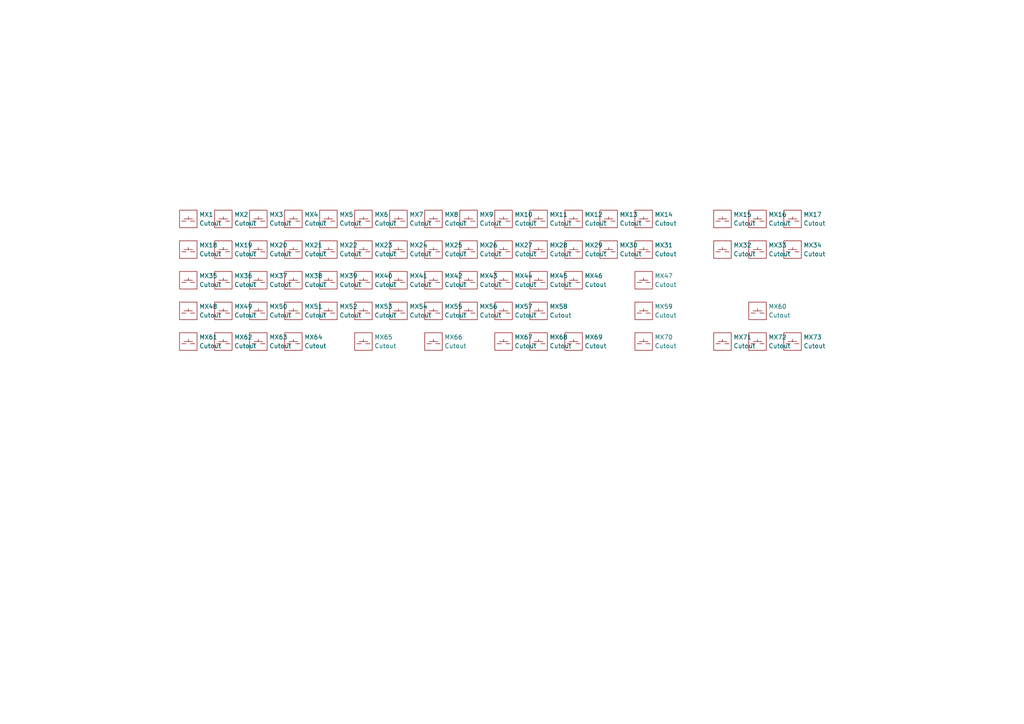
<source format=kicad_sch>
(kicad_sch (version 20230121) (generator eeschema)
  (paper "A4")
  (lib_symbols
    (symbol "lib_zegonix:MX-SW-1u-Plate-Cutout"
      (property "Reference" "MX" (at 0 3.81 0))
      (property "Value" "Cutout" (at 0 -3.81 0))
      (symbol "MX-SW-1u-Plate-Cutout_0_1"
        (rectangle (start -2.54 2.54) (end 2.54 -2.54))
        (polyline (pts (xy -1.905 -0.635) (xy -0.635 -0.635)))
        (polyline (pts (xy -1.27 0) (xy 1.27 0)))
        (polyline (pts (xy 0 0.635) (xy 0 0)))
        (polyline (pts (xy 0.635 -0.635) (xy 1.905 -0.635)))
      )
    )
  )
  (symbol (lib_id "lib_zegonix:MX-SW-1u-Plate-Cutout") (at 54.61 99.06 0) (unit 1)
    (property "Reference" "MX61" (at 57.785 97.79 0) (effects (justify left)))
    (property "Value" "Cutout" (at 57.785 100.33 0) (effects (justify left)))
    (property "Footprint" "lib-zegonix:MX-SW-1.25u-Plate-Cutout" (effects hide))
  )
  (symbol (lib_id "lib_zegonix:MX-SW-1u-Plate-Cutout") (at 209.55 99.06 0) (unit 1)
    (property "Reference" "MX71" (at 212.725 97.79 0) (effects (justify left)))
    (property "Value" "Cutout" (at 212.725 100.33 0) (effects (justify left)))
    (property "Footprint" "lib-zegonix:MX-SW-1u-Plate-Cutout" (effects hide))
  )
  (symbol (lib_id "lib_zegonix:MX-SW-1u-Plate-Cutout") (at 209.55 72.39 0) (unit 1)
    (property "Reference" "MX32" (at 212.725 71.12 0) (effects (justify left)))
    (property "Value" "Cutout" (at 212.725 73.66 0) (effects (justify left)))
    (property "Footprint" "lib-zegonix:MX-SW-1u-Plate-Cutout" (effects hide))
  )
  (symbol (lib_id "lib_zegonix:MX-SW-1u-Plate-Cutout") (at 95.25 72.39 0) (unit 1)
    (property "Reference" "MX22" (at 98.425 71.12 0) (effects (justify left)))
    (property "Value" "Cutout" (at 98.425 73.66 0) (effects (justify left)))
    (property "Footprint" "lib-zegonix:MX-SW-1u-Plate-Cutout" (effects hide))
  )
  (symbol (lib_id "lib_zegonix:MX-SW-1u-Plate-Cutout") (at 95.25 90.17 0) (unit 1)
    (property "Reference" "MX52" (at 98.425 88.9 0) (effects (justify left)))
    (property "Value" "Cutout" (at 98.425 91.44 0) (effects (justify left)))
    (property "Footprint" "lib-zegonix:MX-SW-1u-Plate-Cutout" (effects hide))
  )
  (symbol (lib_id "lib_zegonix:MX-SW-1u-Plate-Cutout") (at 166.37 81.28 0) (unit 1)
    (property "Reference" "MX46" (at 169.545 80.01 0) (effects (justify left)))
    (property "Value" "Cutout" (at 169.545 82.55 0) (effects (justify left)))
    (property "Footprint" "lib-zegonix:MX-SW-1u-Plate-Cutout" (effects hide))
  )
  (symbol (lib_id "lib_zegonix:MX-SW-1u-Plate-Cutout") (at 105.41 99.06 0) (unit 1)
    (property "Reference" "MX65" (at 108.585 97.79 0) (effects (justify left)))
    (property "Value" "Cutout" (at 108.585 100.33 0) (effects (justify left)))
    (property "Footprint" "lib-zegonix:MX-SW-2.75u-Plate-Cutout" (effects hide))
  )
  (symbol (lib_id "lib_zegonix:MX-SW-1u-Plate-Cutout") (at 156.21 90.17 0) (unit 1)
    (property "Reference" "MX58" (at 159.385 88.9 0) (effects (justify left)))
    (property "Value" "Cutout" (at 159.385 91.44 0) (effects (justify left)))
    (property "Footprint" "lib-zegonix:MX-SW-1u-Plate-Cutout" (effects hide))
  )
  (symbol (lib_id "lib_zegonix:MX-SW-1u-Plate-Cutout") (at 156.21 63.5 0) (unit 1)
    (property "Reference" "MX11" (at 159.385 62.23 0) (effects (justify left)))
    (property "Value" "Cutout" (at 159.385 64.77 0) (effects (justify left)))
    (property "Footprint" "lib-zegonix:MX-SW-1u-Plate-Cutout" (effects hide))
  )
  (symbol (lib_id "lib_zegonix:MX-SW-1u-Plate-Cutout") (at 219.71 99.06 0) (unit 1)
    (property "Reference" "MX72" (at 222.885 97.79 0) (effects (justify left)))
    (property "Value" "Cutout" (at 222.885 100.33 0) (effects (justify left)))
    (property "Footprint" "lib-zegonix:MX-SW-1u-Plate-Cutout" (effects hide))
  )
  (symbol (lib_id "lib_zegonix:MX-SW-1u-Plate-Cutout") (at 125.73 72.39 0) (unit 1)
    (property "Reference" "MX25" (at 128.905 71.12 0) (effects (justify left)))
    (property "Value" "Cutout" (at 128.905 73.66 0) (effects (justify left)))
    (property "Footprint" "lib-zegonix:MX-SW-1u-Plate-Cutout" (effects hide))
  )
  (symbol (lib_id "lib_zegonix:MX-SW-1u-Plate-Cutout") (at 176.53 63.5 0) (unit 1)
    (property "Reference" "MX13" (at 179.705 62.23 0) (effects (justify left)))
    (property "Value" "Cutout" (at 179.705 64.77 0) (effects (justify left)))
    (property "Footprint" "lib-zegonix:MX-SW-1u-Plate-Cutout" (effects hide))
  )
  (symbol (lib_id "lib_zegonix:MX-SW-1u-Plate-Cutout") (at 74.93 72.39 0) (unit 1)
    (property "Reference" "MX20" (at 78.105 71.12 0) (effects (justify left)))
    (property "Value" "Cutout" (at 78.105 73.66 0) (effects (justify left)))
    (property "Footprint" "lib-zegonix:MX-SW-1u-Plate-Cutout" (effects hide))
  )
  (symbol (lib_id "lib_zegonix:MX-SW-1u-Plate-Cutout") (at 186.69 63.5 0) (unit 1)
    (property "Reference" "MX14" (at 189.865 62.23 0) (effects (justify left)))
    (property "Value" "Cutout" (at 189.865 64.77 0) (effects (justify left)))
    (property "Footprint" "lib-zegonix:MX-SW-2u-Plate-Cutout" (effects hide))
  )
  (symbol (lib_id "lib_zegonix:MX-SW-1u-Plate-Cutout") (at 115.57 90.17 0) (unit 1)
    (property "Reference" "MX54" (at 118.745 88.9 0) (effects (justify left)))
    (property "Value" "Cutout" (at 118.745 91.44 0) (effects (justify left)))
    (property "Footprint" "lib-zegonix:MX-SW-1u-Plate-Cutout" (effects hide))
  )
  (symbol (lib_id "lib_zegonix:MX-SW-1u-Plate-Cutout") (at 85.09 72.39 0) (unit 1)
    (property "Reference" "MX21" (at 88.265 71.12 0) (effects (justify left)))
    (property "Value" "Cutout" (at 88.265 73.66 0) (effects (justify left)))
    (property "Footprint" "lib-zegonix:MX-SW-1u-Plate-Cutout" (effects hide))
  )
  (symbol (lib_id "lib_zegonix:MX-SW-1u-Plate-Cutout") (at 64.77 99.06 0) (unit 1)
    (property "Reference" "MX62" (at 67.945 97.79 0) (effects (justify left)))
    (property "Value" "Cutout" (at 67.945 100.33 0) (effects (justify left)))
    (property "Footprint" "lib-zegonix:MX-SW-1.25u-Plate-Cutout" (effects hide))
  )
  (symbol (lib_id "lib_zegonix:MX-SW-1u-Plate-Cutout") (at 64.77 81.28 0) (unit 1)
    (property "Reference" "MX36" (at 67.945 80.01 0) (effects (justify left)))
    (property "Value" "Cutout" (at 67.945 82.55 0) (effects (justify left)))
    (property "Footprint" "lib-zegonix:MX-SW-1u-Plate-Cutout" (effects hide))
  )
  (symbol (lib_id "lib_zegonix:MX-SW-1u-Plate-Cutout") (at 54.61 72.39 0) (unit 1)
    (property "Reference" "MX18" (at 57.785 71.12 0) (effects (justify left)))
    (property "Value" "Cutout" (at 57.785 73.66 0) (effects (justify left)))
    (property "Footprint" "lib-zegonix:MX-SW-1.5u-Plate-Cutout" (effects hide))
  )
  (symbol (lib_id "lib_zegonix:MX-SW-1u-Plate-Cutout") (at 74.93 63.5 0) (unit 1)
    (property "Reference" "MX3" (at 78.105 62.23 0) (effects (justify left)))
    (property "Value" "Cutout" (at 78.105 64.77 0) (effects (justify left)))
    (property "Footprint" "lib-zegonix:MX-SW-1u-Plate-Cutout" (effects hide))
  )
  (symbol (lib_id "lib_zegonix:MX-SW-1u-Plate-Cutout") (at 146.05 72.39 0) (unit 1)
    (property "Reference" "MX27" (at 149.225 71.12 0) (effects (justify left)))
    (property "Value" "Cutout" (at 149.225 73.66 0) (effects (justify left)))
    (property "Footprint" "lib-zegonix:MX-SW-1u-Plate-Cutout" (effects hide))
  )
  (symbol (lib_id "lib_zegonix:MX-SW-1u-Plate-Cutout") (at 105.41 81.28 0) (unit 1)
    (property "Reference" "MX40" (at 108.585 80.01 0) (effects (justify left)))
    (property "Value" "Cutout" (at 108.585 82.55 0) (effects (justify left)))
    (property "Footprint" "lib-zegonix:MX-SW-1u-Plate-Cutout" (effects hide))
  )
  (symbol (lib_id "lib_zegonix:MX-SW-1u-Plate-Cutout") (at 135.89 72.39 0) (unit 1)
    (property "Reference" "MX26" (at 139.065 71.12 0) (effects (justify left)))
    (property "Value" "Cutout" (at 139.065 73.66 0) (effects (justify left)))
    (property "Footprint" "lib-zegonix:MX-SW-1u-Plate-Cutout" (effects hide))
  )
  (symbol (lib_id "lib_zegonix:MX-SW-1u-Plate-Cutout") (at 95.25 81.28 0) (unit 1)
    (property "Reference" "MX39" (at 98.425 80.01 0) (effects (justify left)))
    (property "Value" "Cutout" (at 98.425 82.55 0) (effects (justify left)))
    (property "Footprint" "lib-zegonix:MX-SW-1u-Plate-Cutout" (effects hide))
  )
  (symbol (lib_id "lib_zegonix:MX-SW-1u-Plate-Cutout") (at 156.21 99.06 0) (unit 1)
    (property "Reference" "MX68" (at 159.385 97.79 0) (effects (justify left)))
    (property "Value" "Cutout" (at 159.385 100.33 0) (effects (justify left)))
    (property "Footprint" "lib-zegonix:MX-SW-1.25u-Plate-Cutout" (effects hide))
  )
  (symbol (lib_id "lib_zegonix:MX-SW-1u-Plate-Cutout") (at 64.77 90.17 0) (unit 1)
    (property "Reference" "MX49" (at 67.945 88.9 0) (effects (justify left)))
    (property "Value" "Cutout" (at 67.945 91.44 0) (effects (justify left)))
    (property "Footprint" "lib-zegonix:MX-SW-1u-Plate-Cutout" (effects hide))
  )
  (symbol (lib_id "lib_zegonix:MX-SW-1u-Plate-Cutout") (at 156.21 81.28 0) (unit 1)
    (property "Reference" "MX45" (at 159.385 80.01 0) (effects (justify left)))
    (property "Value" "Cutout" (at 159.385 82.55 0) (effects (justify left)))
    (property "Footprint" "lib-zegonix:MX-SW-1u-Plate-Cutout" (effects hide))
  )
  (symbol (lib_id "lib_zegonix:MX-SW-1u-Plate-Cutout") (at 229.87 99.06 0) (unit 1)
    (property "Reference" "MX73" (at 233.045 97.79 0) (effects (justify left)))
    (property "Value" "Cutout" (at 233.045 100.33 0) (effects (justify left)))
    (property "Footprint" "lib-zegonix:MX-SW-1u-Plate-Cutout" (effects hide))
  )
  (symbol (lib_id "lib_zegonix:MX-SW-1u-Plate-Cutout") (at 135.89 81.28 0) (unit 1)
    (property "Reference" "MX43" (at 139.065 80.01 0) (effects (justify left)))
    (property "Value" "Cutout" (at 139.065 82.55 0) (effects (justify left)))
    (property "Footprint" "lib-zegonix:MX-SW-1u-Plate-Cutout" (effects hide))
  )
  (symbol (lib_id "lib_zegonix:MX-SW-1u-Plate-Cutout") (at 146.05 99.06 0) (unit 1)
    (property "Reference" "MX67" (at 149.225 97.79 0) (effects (justify left)))
    (property "Value" "Cutout" (at 149.225 100.33 0) (effects (justify left)))
    (property "Footprint" "lib-zegonix:MX-SW-1.25u-Plate-Cutout" (effects hide))
  )
  (symbol (lib_id "lib_zegonix:MX-SW-1u-Plate-Cutout") (at 85.09 81.28 0) (unit 1)
    (property "Reference" "MX38" (at 88.265 80.01 0) (effects (justify left)))
    (property "Value" "Cutout" (at 88.265 82.55 0) (effects (justify left)))
    (property "Footprint" "lib-zegonix:MX-SW-1u-Plate-Cutout" (effects hide))
  )
  (symbol (lib_id "lib_zegonix:MX-SW-1u-Plate-Cutout") (at 219.71 90.17 0) (unit 1)
    (property "Reference" "MX60" (at 222.885 88.9 0) (effects (justify left)))
    (property "Value" "Cutout" (at 222.885 91.44 0) (effects (justify left)))
    (property "Footprint" "lib-zegonix:MX-SW-1u-Plate-Cutout" (effects hide))
  )
  (symbol (lib_id "lib_zegonix:MX-SW-1u-Plate-Cutout") (at 85.09 63.5 0) (unit 1)
    (property "Reference" "MX4" (at 88.265 62.23 0) (effects (justify left)))
    (property "Value" "Cutout" (at 88.265 64.77 0) (effects (justify left)))
    (property "Footprint" "lib-zegonix:MX-SW-1u-Plate-Cutout" (effects hide))
  )
  (symbol (lib_id "lib_zegonix:MX-SW-1u-Plate-Cutout") (at 135.89 90.17 0) (unit 1)
    (property "Reference" "MX56" (at 139.065 88.9 0) (effects (justify left)))
    (property "Value" "Cutout" (at 139.065 91.44 0) (effects (justify left)))
    (property "Footprint" "lib-zegonix:MX-SW-1u-Plate-Cutout" (effects hide))
  )
  (symbol (lib_id "lib_zegonix:MX-SW-1u-Plate-Cutout") (at 135.89 63.5 0) (unit 1)
    (property "Reference" "MX9" (at 139.065 62.23 0) (effects (justify left)))
    (property "Value" "Cutout" (at 139.065 64.77 0) (effects (justify left)))
    (property "Footprint" "lib-zegonix:MX-SW-1u-Plate-Cutout" (effects hide))
  )
  (symbol (lib_id "lib_zegonix:MX-SW-1u-Plate-Cutout") (at 186.69 72.39 0) (unit 1)
    (property "Reference" "MX31" (at 189.865 71.12 0) (effects (justify left)))
    (property "Value" "Cutout" (at 189.865 73.66 0) (effects (justify left)))
    (property "Footprint" "lib-zegonix:MX-SW-1.5u-Plate-Cutout" (effects hide))
  )
  (symbol (lib_id "lib_zegonix:MX-SW-1u-Plate-Cutout") (at 105.41 63.5 0) (unit 1)
    (property "Reference" "MX6" (at 108.585 62.23 0) (effects (justify left)))
    (property "Value" "Cutout" (at 108.585 64.77 0) (effects (justify left)))
    (property "Footprint" "lib-zegonix:MX-SW-1u-Plate-Cutout" (effects hide))
  )
  (symbol (lib_id "lib_zegonix:MX-SW-1u-Plate-Cutout") (at 125.73 81.28 0) (unit 1)
    (property "Reference" "MX42" (at 128.905 80.01 0) (effects (justify left)))
    (property "Value" "Cutout" (at 128.905 82.55 0) (effects (justify left)))
    (property "Footprint" "lib-zegonix:MX-SW-1u-Plate-Cutout" (effects hide))
  )
  (symbol (lib_id "lib_zegonix:MX-SW-1u-Plate-Cutout") (at 115.57 81.28 0) (unit 1)
    (property "Reference" "MX41" (at 118.745 80.01 0) (effects (justify left)))
    (property "Value" "Cutout" (at 118.745 82.55 0) (effects (justify left)))
    (property "Footprint" "lib-zegonix:MX-SW-1u-Plate-Cutout" (effects hide))
  )
  (symbol (lib_id "lib_zegonix:MX-SW-1u-Plate-Cutout") (at 166.37 99.06 0) (unit 1)
    (property "Reference" "MX69" (at 169.545 97.79 0) (effects (justify left)))
    (property "Value" "Cutout" (at 169.545 100.33 0) (effects (justify left)))
    (property "Footprint" "lib-zegonix:MX-SW-1.25u-Plate-Cutout" (effects hide))
  )
  (symbol (lib_id "lib_zegonix:MX-SW-1u-Plate-Cutout") (at 156.21 72.39 0) (unit 1)
    (property "Reference" "MX28" (at 159.385 71.12 0) (effects (justify left)))
    (property "Value" "Cutout" (at 159.385 73.66 0) (effects (justify left)))
    (property "Footprint" "lib-zegonix:MX-SW-1u-Plate-Cutout" (effects hide))
  )
  (symbol (lib_id "lib_zegonix:MX-SW-1u-Plate-Cutout") (at 64.77 72.39 0) (unit 1)
    (property "Reference" "MX19" (at 67.945 71.12 0) (effects (justify left)))
    (property "Value" "Cutout" (at 67.945 73.66 0) (effects (justify left)))
    (property "Footprint" "lib-zegonix:MX-SW-1u-Plate-Cutout" (effects hide))
  )
  (symbol (lib_id "lib_zegonix:MX-SW-1u-Plate-Cutout") (at 229.87 63.5 0) (unit 1)
    (property "Reference" "MX17" (at 233.045 62.23 0) (effects (justify left)))
    (property "Value" "Cutout" (at 233.045 64.77 0) (effects (justify left)))
    (property "Footprint" "lib-zegonix:MX-SW-1u-Plate-Cutout" (effects hide))
  )
  (symbol (lib_id "lib_zegonix:MX-SW-1u-Plate-Cutout") (at 219.71 63.5 0) (unit 1)
    (property "Reference" "MX16" (at 222.885 62.23 0) (effects (justify left)))
    (property "Value" "Cutout" (at 222.885 64.77 0) (effects (justify left)))
    (property "Footprint" "lib-zegonix:MX-SW-1u-Plate-Cutout" (effects hide))
  )
  (symbol (lib_id "lib_zegonix:MX-SW-1u-Plate-Cutout") (at 74.93 81.28 0) (unit 1)
    (property "Reference" "MX37" (at 78.105 80.01 0) (effects (justify left)))
    (property "Value" "Cutout" (at 78.105 82.55 0) (effects (justify left)))
    (property "Footprint" "lib-zegonix:MX-SW-1u-Plate-Cutout" (effects hide))
  )
  (symbol (lib_id "lib_zegonix:MX-SW-1u-Plate-Cutout") (at 229.87 72.39 0) (unit 1)
    (property "Reference" "MX34" (at 233.045 71.12 0) (effects (justify left)))
    (property "Value" "Cutout" (at 233.045 73.66 0) (effects (justify left)))
    (property "Footprint" "lib-zegonix:MX-SW-1u-Plate-Cutout" (effects hide))
  )
  (symbol (lib_id "lib_zegonix:MX-SW-1u-Plate-Cutout") (at 95.25 63.5 0) (unit 1)
    (property "Reference" "MX5" (at 98.425 62.23 0) (effects (justify left)))
    (property "Value" "Cutout" (at 98.425 64.77 0) (effects (justify left)))
    (property "Footprint" "lib-zegonix:MX-SW-1u-Plate-Cutout" (effects hide))
  )
  (symbol (lib_id "lib_zegonix:MX-SW-1u-Plate-Cutout") (at 125.73 63.5 0) (unit 1)
    (property "Reference" "MX8" (at 128.905 62.23 0) (effects (justify left)))
    (property "Value" "Cutout" (at 128.905 64.77 0) (effects (justify left)))
    (property "Footprint" "lib-zegonix:MX-SW-1u-Plate-Cutout" (effects hide))
  )
  (symbol (lib_id "lib_zegonix:MX-SW-1u-Plate-Cutout") (at 105.41 90.17 0) (unit 1)
    (property "Reference" "MX53" (at 108.585 88.9 0) (effects (justify left)))
    (property "Value" "Cutout" (at 108.585 91.44 0) (effects (justify left)))
    (property "Footprint" "lib-zegonix:MX-SW-1u-Plate-Cutout" (effects hide))
  )
  (symbol (lib_id "lib_zegonix:MX-SW-1u-Plate-Cutout") (at 186.69 90.17 0) (unit 1)
    (property "Reference" "MX59" (at 189.865 88.9 0) (effects (justify left)))
    (property "Value" "Cutout" (at 189.865 91.44 0) (effects (justify left)))
    (property "Footprint" "lib-zegonix:MX-SW-2.75u-Plate-Cutout" (effects hide))
  )
  (symbol (lib_id "lib_zegonix:MX-SW-1u-Plate-Cutout") (at 146.05 90.17 0) (unit 1)
    (property "Reference" "MX57" (at 149.225 88.9 0) (effects (justify left)))
    (property "Value" "Cutout" (at 149.225 91.44 0) (effects (justify left)))
    (property "Footprint" "lib-zegonix:MX-SW-1u-Plate-Cutout" (effects hide))
  )
  (symbol (lib_id "lib_zegonix:MX-SW-1u-Plate-Cutout") (at 74.93 99.06 0) (unit 1)
    (property "Reference" "MX63" (at 78.105 97.79 0) (effects (justify left)))
    (property "Value" "Cutout" (at 78.105 100.33 0) (effects (justify left)))
    (property "Footprint" "lib-zegonix:MX-SW-1.25u-Plate-Cutout" (effects hide))
  )
  (symbol (lib_id "lib_zegonix:MX-SW-1u-Plate-Cutout") (at 54.61 90.17 0) (unit 1)
    (property "Reference" "MX48" (at 57.785 88.9 0) (effects (justify left)))
    (property "Value" "Cutout" (at 57.785 91.44 0) (effects (justify left)))
    (property "Footprint" "lib-zegonix:MX-SW-2.25u-Plate-Cutout" (effects hide))
  )
  (symbol (lib_id "lib_zegonix:MX-SW-1u-Plate-Cutout") (at 186.69 81.28 0) (unit 1)
    (property "Reference" "MX47" (at 189.865 80.01 0) (effects (justify left)))
    (property "Value" "Cutout" (at 189.865 82.55 0) (effects (justify left)))
    (property "Footprint" "lib-zegonix:MX-SW-2.25u-Plate-Cutout" (effects hide))
  )
  (symbol (lib_id "lib_zegonix:MX-SW-1u-Plate-Cutout") (at 54.61 63.5 0) (unit 1)
    (property "Reference" "MX1" (at 57.785 62.23 0) (effects (justify left)))
    (property "Value" "Cutout" (at 57.785 64.77 0) (effects (justify left)))
    (property "Footprint" "lib-zegonix:MX-SW-1u-Plate-Cutout" (effects hide))
  )
  (symbol (lib_id "lib_zegonix:MX-SW-1u-Plate-Cutout") (at 54.61 81.28 0) (unit 1)
    (property "Reference" "MX35" (at 57.785 80.01 0) (effects (justify left)))
    (property "Value" "Cutout" (at 57.785 82.55 0) (effects (justify left)))
    (property "Footprint" "lib-zegonix:MX-SW-1.75u-Plate-Cutout" (effects hide))
  )
  (symbol (lib_id "lib_zegonix:MX-SW-1u-Plate-Cutout") (at 146.05 63.5 0) (unit 1)
    (property "Reference" "MX10" (at 149.225 62.23 0) (effects (justify left)))
    (property "Value" "Cutout" (at 149.225 64.77 0) (effects (justify left)))
    (property "Footprint" "lib-zegonix:MX-SW-1u-Plate-Cutout" (effects hide))
  )
  (symbol (lib_id "lib_zegonix:MX-SW-1u-Plate-Cutout") (at 105.41 72.39 0) (unit 1)
    (property "Reference" "MX23" (at 108.585 71.12 0) (effects (justify left)))
    (property "Value" "Cutout" (at 108.585 73.66 0) (effects (justify left)))
    (property "Footprint" "lib-zegonix:MX-SW-1u-Plate-Cutout" (effects hide))
  )
  (symbol (lib_id "lib_zegonix:MX-SW-1u-Plate-Cutout") (at 186.69 99.06 0) (unit 1)
    (property "Reference" "MX70" (at 189.865 97.79 0) (effects (justify left)))
    (property "Value" "Cutout" (at 189.865 100.33 0) (effects (justify left)))
    (property "Footprint" "lib-zegonix:MX-SW-1.25u-Plate-Cutout" (effects hide))
  )
  (symbol (lib_id "lib_zegonix:MX-SW-1u-Plate-Cutout") (at 176.53 72.39 0) (unit 1)
    (property "Reference" "MX30" (at 179.705 71.12 0) (effects (justify left)))
    (property "Value" "Cutout" (at 179.705 73.66 0) (effects (justify left)))
    (property "Footprint" "lib-zegonix:MX-SW-1u-Plate-Cutout" (effects hide))
  )
  (symbol (lib_id "lib_zegonix:MX-SW-1u-Plate-Cutout") (at 125.73 99.06 0) (unit 1)
    (property "Reference" "MX66" (at 128.905 97.79 0) (effects (justify left)))
    (property "Value" "Cutout" (at 128.905 100.33 0) (effects (justify left)))
    (property "Footprint" "lib-zegonix:MX-SW-2.25u-Plate-Cutout" (effects hide))
  )
  (symbol (lib_id "lib_zegonix:MX-SW-1u-Plate-Cutout") (at 125.73 90.17 0) (unit 1)
    (property "Reference" "MX55" (at 128.905 88.9 0) (effects (justify left)))
    (property "Value" "Cutout" (at 128.905 91.44 0) (effects (justify left)))
    (property "Footprint" "lib-zegonix:MX-SW-1u-Plate-Cutout" (effects hide))
  )
  (symbol (lib_id "lib_zegonix:MX-SW-1u-Plate-Cutout") (at 64.77 63.5 0) (unit 1)
    (property "Reference" "MX2" (at 67.945 62.23 0) (effects (justify left)))
    (property "Value" "Cutout" (at 67.945 64.77 0) (effects (justify left)))
    (property "Footprint" "lib-zegonix:MX-SW-1u-Plate-Cutout" (effects hide))
  )
  (symbol (lib_id "lib_zegonix:MX-SW-1u-Plate-Cutout") (at 166.37 72.39 0) (unit 1)
    (property "Reference" "MX29" (at 169.545 71.12 0) (effects (justify left)))
    (property "Value" "Cutout" (at 169.545 73.66 0) (effects (justify left)))
    (property "Footprint" "lib-zegonix:MX-SW-1u-Plate-Cutout" (effects hide))
  )
  (symbol (lib_id "lib_zegonix:MX-SW-1u-Plate-Cutout") (at 115.57 63.5 0) (unit 1)
    (property "Reference" "MX7" (at 118.745 62.23 0) (effects (justify left)))
    (property "Value" "Cutout" (at 118.745 64.77 0) (effects (justify left)))
    (property "Footprint" "lib-zegonix:MX-SW-1u-Plate-Cutout" (effects hide))
  )
  (symbol (lib_id "lib_zegonix:MX-SW-1u-Plate-Cutout") (at 115.57 72.39 0) (unit 1)
    (property "Reference" "MX24" (at 118.745 71.12 0) (effects (justify left)))
    (property "Value" "Cutout" (at 118.745 73.66 0) (effects (justify left)))
    (property "Footprint" "lib-zegonix:MX-SW-1u-Plate-Cutout" (effects hide))
  )
  (symbol (lib_id "lib_zegonix:MX-SW-1u-Plate-Cutout") (at 85.09 90.17 0) (unit 1)
    (property "Reference" "MX51" (at 88.265 88.9 0) (effects (justify left)))
    (property "Value" "Cutout" (at 88.265 91.44 0) (effects (justify left)))
    (property "Footprint" "lib-zegonix:MX-SW-1u-Plate-Cutout" (effects hide))
  )
  (symbol (lib_id "lib_zegonix:MX-SW-1u-Plate-Cutout") (at 146.05 81.28 0) (unit 1)
    (property "Reference" "MX44" (at 149.225 80.01 0) (effects (justify left)))
    (property "Value" "Cutout" (at 149.225 82.55 0) (effects (justify left)))
    (property "Footprint" "lib-zegonix:MX-SW-1u-Plate-Cutout" (effects hide))
  )
  (symbol (lib_id "lib_zegonix:MX-SW-1u-Plate-Cutout") (at 219.71 72.39 0) (unit 1)
    (property "Reference" "MX33" (at 222.885 71.12 0) (effects (justify left)))
    (property "Value" "Cutout" (at 222.885 73.66 0) (effects (justify left)))
    (property "Footprint" "lib-zegonix:MX-SW-1u-Plate-Cutout" (effects hide))
  )
  (symbol (lib_id "lib_zegonix:MX-SW-1u-Plate-Cutout") (at 166.37 63.5 0) (unit 1)
    (property "Reference" "MX12" (at 169.545 62.23 0) (effects (justify left)))
    (property "Value" "Cutout" (at 169.545 64.77 0) (effects (justify left)))
    (property "Footprint" "lib-zegonix:MX-SW-1u-Plate-Cutout" (effects hide))
  )
  (symbol (lib_id "lib_zegonix:MX-SW-1u-Plate-Cutout") (at 74.93 90.17 0) (unit 1)
    (property "Reference" "MX50" (at 78.105 88.9 0) (effects (justify left)))
    (property "Value" "Cutout" (at 78.105 91.44 0) (effects (justify left)))
    (property "Footprint" "lib-zegonix:MX-SW-1u-Plate-Cutout" (effects hide))
  )
  (symbol (lib_id "lib_zegonix:MX-SW-1u-Plate-Cutout") (at 85.09 99.06 0) (unit 1)
    (property "Reference" "MX64" (at 88.265 97.79 0) (effects (justify left)))
    (property "Value" "Cutout" (at 88.265 100.33 0) (effects (justify left)))
    (property "Footprint" "lib-zegonix:MX-SW-1.25u-Plate-Cutout" (effects hide))
  )
  (symbol (lib_id "lib_zegonix:MX-SW-1u-Plate-Cutout") (at 209.55 63.5 0) (unit 1)
    (property "Reference" "MX15" (at 212.725 62.23 0) (effects (justify left)))
    (property "Value" "Cutout" (at 212.725 64.77 0) (effects (justify left)))
    (property "Footprint" "lib-zegonix:MX-SW-1u-Plate-Cutout" (effects hide))
  )
)
</source>
